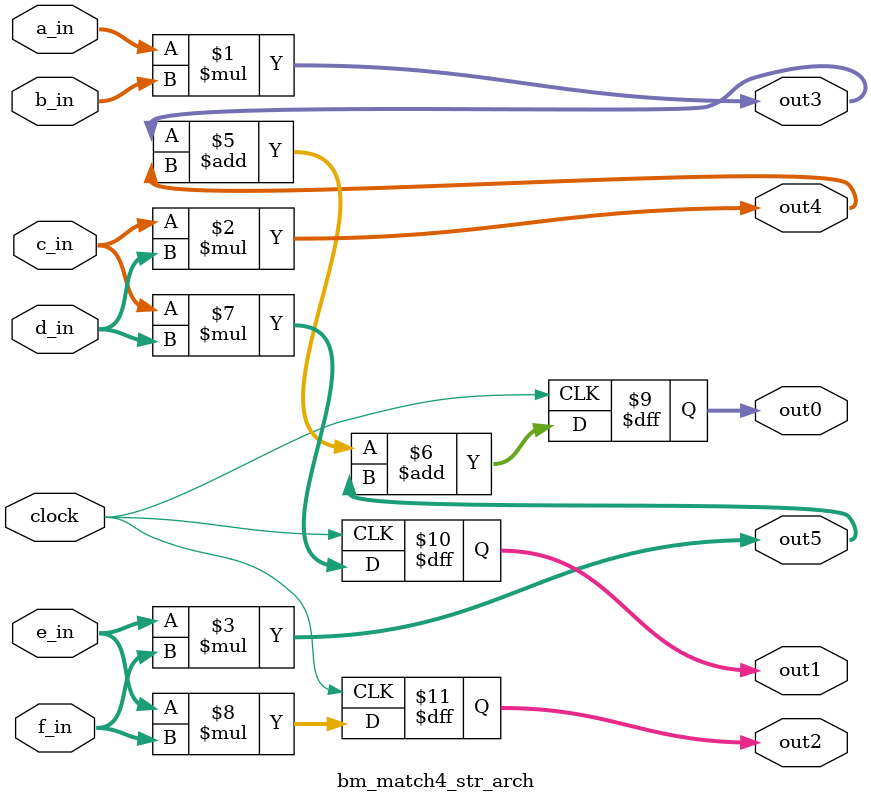
<source format=v>
`define BITS0 9         // Bit width of the operands
`define BITS1 8         // Bit width of the operands
`define BITS2 18         // Bit width of the operands
`define BITS3 36         // Bit width of the operands

module 	bm_match4_str_arch(clock, 
		a_in, 
		b_in,
		c_in, 
		d_in, 
		e_in, 
		f_in, 
		out0,
		out1,
		out2,
		out3,
		out4,
		out5,
);

// SIGNAL DECLARATIONS
input	clock;

input [`BITS0-1:0] a_in;
input [`BITS0-1:0] b_in;
input [`BITS0-1:0] c_in;
input [`BITS1-1:0] d_in;
input [`BITS1-1:0] e_in;
input [`BITS1-1:0] f_in;

output [`BITS3-1:0] out0;
output [`BITS3-1:0] out1;
output [`BITS3-1:0] out2;
output [`BITS3-1:0] out3;
output [`BITS3-1:0] out4;
output [`BITS3-1:0] out5;

reg [`BITS3-1:0] out0;
reg [`BITS3-1:0] out1;
reg [`BITS3-1:0] out2;
wire [`BITS3-1:0] out3;
wire [`BITS3-1:0] out4;
wire [`BITS3-1:0] out5;

assign out3 = a_in * b_in;
assign out4 = c_in * d_in;
assign out5 = e_in * f_in;

always @(posedge clock)
begin
	out0 <= out3 + out4 + out5;
	out1 <= c_in * d_in;
	out2 <= e_in * f_in;
end

endmodule

</source>
